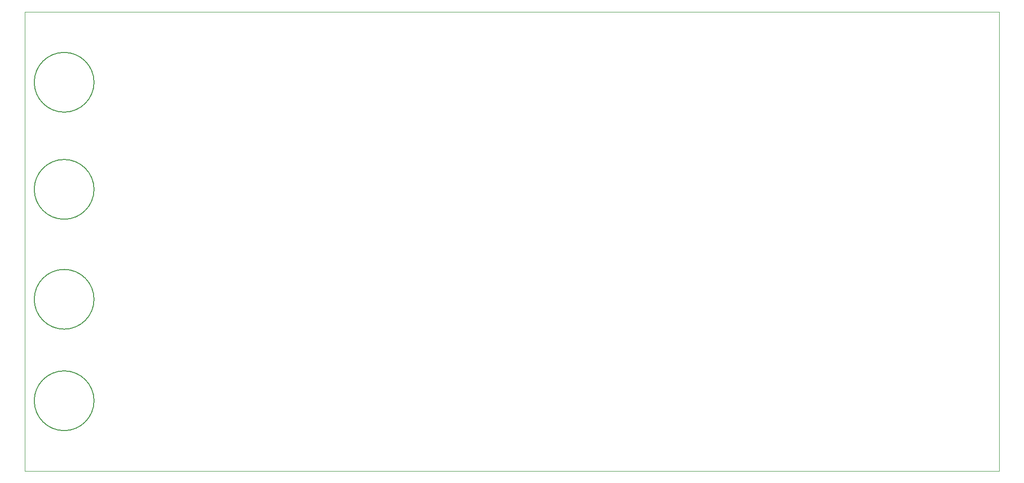
<source format=gbr>
%TF.GenerationSoftware,KiCad,Pcbnew,5.1.7+dfsg1-1~bpo10+1*%
%TF.CreationDate,2021-01-05T11:32:25+00:00*%
%TF.ProjectId,MCB19,4d434231-392e-46b6-9963-61645f706362,rev?*%
%TF.SameCoordinates,Original*%
%TF.FileFunction,Other,Comment*%
%FSLAX45Y45*%
G04 Gerber Fmt 4.5, Leading zero omitted, Abs format (unit mm)*
G04 Created by KiCad (PCBNEW 5.1.7+dfsg1-1~bpo10+1) date 2021-01-05 11:32:25*
%MOMM*%
%LPD*%
G01*
G04 APERTURE LIST*
%TA.AperFunction,Profile*%
%ADD10C,0.100000*%
%TD*%
%ADD11C,0.150000*%
G04 APERTURE END LIST*
D10*
X22285000Y-5050000D02*
X5000000Y-5050000D01*
X22285000Y-13200000D02*
X22285000Y-5050000D01*
X5000000Y-13200000D02*
X22285000Y-13200000D01*
X5000000Y-5050000D02*
X5000000Y-13200000D01*
D11*
X6230000Y-11950000D02*
G75*
G03*
X6230000Y-11950000I-530000J0D01*
G01*
X6230000Y-10150000D02*
G75*
G03*
X6230000Y-10150000I-530000J0D01*
G01*
X6230000Y-8200000D02*
G75*
G03*
X6230000Y-8200000I-530000J0D01*
G01*
X6230000Y-6300000D02*
G75*
G03*
X6230000Y-6300000I-530000J0D01*
G01*
M02*

</source>
